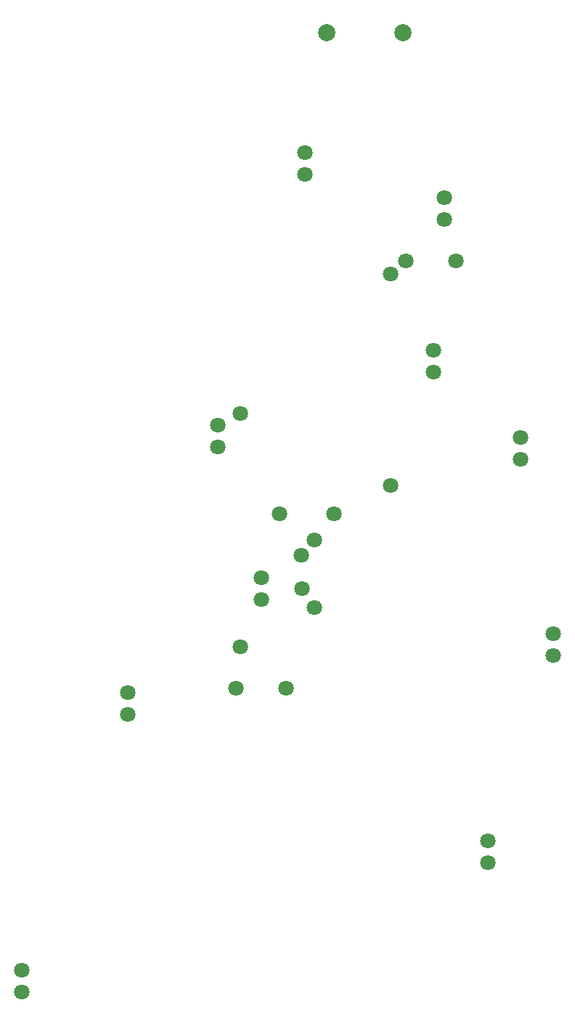
<source format=gbr>
G04 EAGLE Gerber RS-274X export*
G75*
%MOMM*%
%FSLAX34Y34*%
%LPD*%
%INSoldermask Top*%
%IPPOS*%
%AMOC8*
5,1,8,0,0,1.08239X$1,22.5*%
G01*
%ADD10C,2.003200*%
%ADD11C,1.803200*%


D10*
X470800Y1391500D03*
D11*
X150600Y622800D03*
X150600Y597400D03*
X254900Y934300D03*
X254900Y908900D03*
X646800Y665900D03*
X646800Y691300D03*
X305700Y756500D03*
X305700Y731100D03*
X608700Y894500D03*
X608700Y919900D03*
X519800Y1173900D03*
X519800Y1199300D03*
X356500Y1251800D03*
X356500Y1226400D03*
X570600Y424600D03*
X570600Y450000D03*
X26300Y299300D03*
X26300Y273900D03*
X507100Y996100D03*
X507100Y1021500D03*
D10*
X381900Y1391500D03*
D11*
X533400Y1125220D03*
X474980Y1125220D03*
X281940Y675640D03*
X281940Y947420D03*
X353430Y743850D03*
X353060Y782320D03*
X327660Y830580D03*
X391160Y830580D03*
X276860Y627380D03*
X335280Y627380D03*
X368300Y800100D03*
X457200Y863600D03*
X457200Y1109980D03*
X368300Y721360D03*
M02*

</source>
